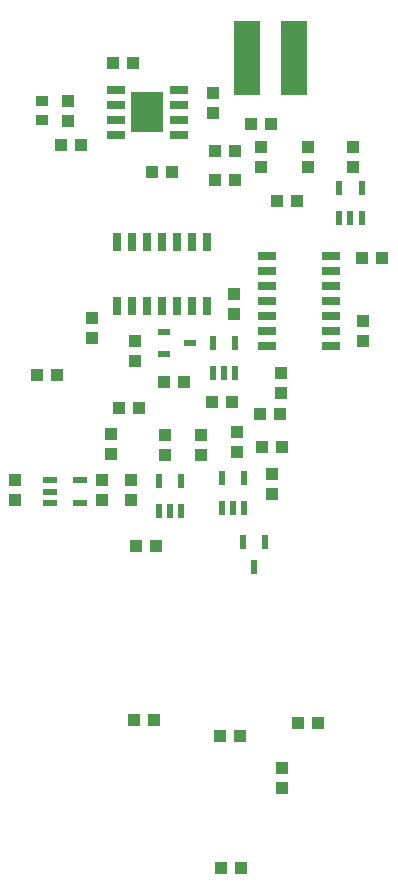
<source format=gtp>
G04 EAGLE Gerber RS-274X export*
G75*
%MOMM*%
%FSLAX34Y34*%
%LPD*%
%INTop Paste*%
%IPPOS*%
%AMOC8*
5,1,8,0,0,1.08239X$1,22.5*%
G01*
%ADD10R,1.100000X1.000000*%
%ADD11R,0.600000X1.200000*%
%ADD12R,0.650000X1.545000*%
%ADD13R,1.545000X0.650000*%
%ADD14R,1.000000X1.100000*%
%ADD15R,1.525000X0.650000*%
%ADD16R,2.710000X3.350000*%
%ADD17R,2.200000X6.300000*%
%ADD18R,0.980000X0.870000*%
%ADD19R,1.200000X0.600000*%
%ADD20R,1.050000X0.600000*%
%ADD21R,0.600000X1.250000*%


D10*
X386470Y81280D03*
X403470Y81280D03*
D11*
X421510Y508826D03*
X431010Y508826D03*
X440510Y508826D03*
X440510Y533826D03*
X421510Y533826D03*
D12*
X309880Y488290D03*
X297180Y488290D03*
X284480Y488290D03*
X271780Y488290D03*
X259080Y488290D03*
X246380Y488290D03*
X233680Y488290D03*
X233680Y433730D03*
X246380Y433730D03*
X259080Y433730D03*
X271780Y433730D03*
X284480Y433730D03*
X297180Y433730D03*
X309880Y433730D03*
D13*
X360070Y476250D03*
X360070Y463550D03*
X360070Y450850D03*
X360070Y438150D03*
X360070Y425450D03*
X360070Y412750D03*
X360070Y400050D03*
X414630Y400050D03*
X414630Y412750D03*
X414630Y425450D03*
X414630Y438150D03*
X414630Y450850D03*
X414630Y463550D03*
X414630Y476250D03*
D14*
X368690Y523240D03*
X385690Y523240D03*
X441080Y474980D03*
X458080Y474980D03*
X191770Y607940D03*
X191770Y590940D03*
X394970Y551570D03*
X394970Y568570D03*
X433070Y568435D03*
X433070Y551435D03*
D10*
X230260Y640080D03*
X247260Y640080D03*
X333620Y541020D03*
X316620Y541020D03*
D14*
X314960Y597290D03*
X314960Y614290D03*
D15*
X232200Y617220D03*
X232200Y604520D03*
X232200Y591820D03*
X232200Y579120D03*
X285960Y579120D03*
X285960Y591820D03*
X285960Y604520D03*
X285960Y617220D03*
D16*
X259080Y598170D03*
D17*
X343220Y643890D03*
X383320Y643890D03*
D14*
X347100Y588010D03*
X364100Y588010D03*
X262834Y547141D03*
X279834Y547141D03*
X333620Y565150D03*
X316620Y565150D03*
X185810Y570230D03*
X202810Y570230D03*
D10*
X248040Y83820D03*
X265040Y83820D03*
X320430Y69850D03*
X337430Y69850D03*
D14*
X338700Y-41910D03*
X321700Y-41910D03*
D18*
X170180Y591290D03*
X170180Y607590D03*
D14*
X372060Y377645D03*
X372060Y360645D03*
D10*
X290440Y369570D03*
X273440Y369570D03*
D14*
X248920Y387740D03*
X248920Y404740D03*
D11*
X314350Y377390D03*
X323850Y377390D03*
X333350Y377390D03*
X333350Y402390D03*
X314350Y402390D03*
D19*
X176730Y286360D03*
X176730Y276860D03*
X176730Y267360D03*
X201730Y267360D03*
X201730Y286360D03*
D11*
X268630Y260550D03*
X278130Y260550D03*
X287630Y260550D03*
X287630Y285550D03*
X268630Y285550D03*
D20*
X273480Y412090D03*
X273480Y393090D03*
X295480Y402590D03*
D14*
X331080Y353060D03*
X314080Y353060D03*
X371720Y342900D03*
X354720Y342900D03*
D10*
X220980Y269630D03*
X220980Y286630D03*
X245110Y286630D03*
X245110Y269630D03*
X335280Y327270D03*
X335280Y310270D03*
D14*
X372990Y314960D03*
X355990Y314960D03*
D10*
X355600Y568570D03*
X355600Y551570D03*
X212090Y406790D03*
X212090Y423790D03*
X373380Y25790D03*
X373380Y42790D03*
X332740Y444110D03*
X332740Y427110D03*
X441960Y421250D03*
X441960Y404250D03*
X364490Y291710D03*
X364490Y274710D03*
D14*
X165490Y375920D03*
X182490Y375920D03*
X252340Y347980D03*
X235340Y347980D03*
D11*
X321970Y263090D03*
X331470Y263090D03*
X340970Y263090D03*
X340970Y288090D03*
X321970Y288090D03*
D21*
X358750Y234020D03*
X339750Y234020D03*
X349250Y213020D03*
D14*
X228600Y326000D03*
X228600Y309000D03*
X147320Y286630D03*
X147320Y269630D03*
D10*
X249310Y231140D03*
X266310Y231140D03*
X274320Y324730D03*
X274320Y307730D03*
X304800Y324730D03*
X304800Y307730D03*
M02*

</source>
